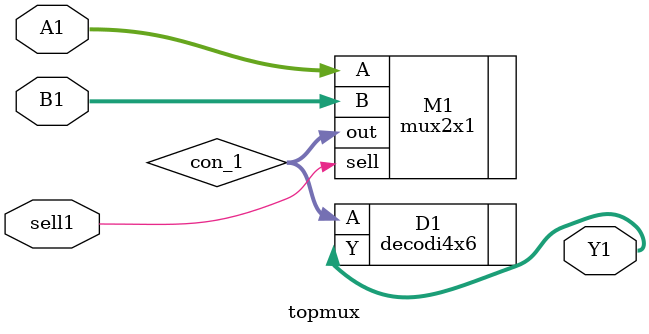
<source format=v>
module topmux(A1,B1,sell1,Y1);

input [3:0] A1,B1;
input sell1;
output [6:0] Y1;

wire [3:0]con_1;

mux2x1 M1(
.A(A1),
.B(B1),
.sell(sell1),
.out(con_1));

decodi4x6 D1(
.A(con_1),
.Y(Y1));


endmodule 

</source>
